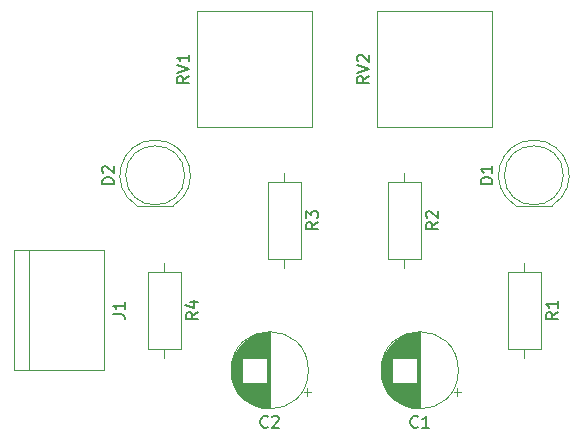
<source format=gbr>
%TF.GenerationSoftware,KiCad,Pcbnew,7.0.7*%
%TF.CreationDate,2024-05-03T12:55:33+03:00*%
%TF.ProjectId,Flip-Flop_lab_project,466c6970-2d46-46c6-9f70-5f6c61625f70,rev?*%
%TF.SameCoordinates,Original*%
%TF.FileFunction,Legend,Top*%
%TF.FilePolarity,Positive*%
%FSLAX46Y46*%
G04 Gerber Fmt 4.6, Leading zero omitted, Abs format (unit mm)*
G04 Created by KiCad (PCBNEW 7.0.7) date 2024-05-03 12:55:33*
%MOMM*%
%LPD*%
G01*
G04 APERTURE LIST*
%ADD10C,0.150000*%
%ADD11C,0.120000*%
G04 APERTURE END LIST*
D10*
X167924819Y-101766666D02*
X167448628Y-102099999D01*
X167924819Y-102338094D02*
X166924819Y-102338094D01*
X166924819Y-102338094D02*
X166924819Y-101957142D01*
X166924819Y-101957142D02*
X166972438Y-101861904D01*
X166972438Y-101861904D02*
X167020057Y-101814285D01*
X167020057Y-101814285D02*
X167115295Y-101766666D01*
X167115295Y-101766666D02*
X167258152Y-101766666D01*
X167258152Y-101766666D02*
X167353390Y-101814285D01*
X167353390Y-101814285D02*
X167401009Y-101861904D01*
X167401009Y-101861904D02*
X167448628Y-101957142D01*
X167448628Y-101957142D02*
X167448628Y-102338094D01*
X167924819Y-100814285D02*
X167924819Y-101385713D01*
X167924819Y-101099999D02*
X166924819Y-101099999D01*
X166924819Y-101099999D02*
X167067676Y-101195237D01*
X167067676Y-101195237D02*
X167162914Y-101290475D01*
X167162914Y-101290475D02*
X167210533Y-101385713D01*
X136679819Y-81760238D02*
X136203628Y-82093571D01*
X136679819Y-82331666D02*
X135679819Y-82331666D01*
X135679819Y-82331666D02*
X135679819Y-81950714D01*
X135679819Y-81950714D02*
X135727438Y-81855476D01*
X135727438Y-81855476D02*
X135775057Y-81807857D01*
X135775057Y-81807857D02*
X135870295Y-81760238D01*
X135870295Y-81760238D02*
X136013152Y-81760238D01*
X136013152Y-81760238D02*
X136108390Y-81807857D01*
X136108390Y-81807857D02*
X136156009Y-81855476D01*
X136156009Y-81855476D02*
X136203628Y-81950714D01*
X136203628Y-81950714D02*
X136203628Y-82331666D01*
X135679819Y-81474523D02*
X136679819Y-81141190D01*
X136679819Y-81141190D02*
X135679819Y-80807857D01*
X136679819Y-79950714D02*
X136679819Y-80522142D01*
X136679819Y-80236428D02*
X135679819Y-80236428D01*
X135679819Y-80236428D02*
X135822676Y-80331666D01*
X135822676Y-80331666D02*
X135917914Y-80426904D01*
X135917914Y-80426904D02*
X135965533Y-80522142D01*
X143363333Y-111439580D02*
X143315714Y-111487200D01*
X143315714Y-111487200D02*
X143172857Y-111534819D01*
X143172857Y-111534819D02*
X143077619Y-111534819D01*
X143077619Y-111534819D02*
X142934762Y-111487200D01*
X142934762Y-111487200D02*
X142839524Y-111391961D01*
X142839524Y-111391961D02*
X142791905Y-111296723D01*
X142791905Y-111296723D02*
X142744286Y-111106247D01*
X142744286Y-111106247D02*
X142744286Y-110963390D01*
X142744286Y-110963390D02*
X142791905Y-110772914D01*
X142791905Y-110772914D02*
X142839524Y-110677676D01*
X142839524Y-110677676D02*
X142934762Y-110582438D01*
X142934762Y-110582438D02*
X143077619Y-110534819D01*
X143077619Y-110534819D02*
X143172857Y-110534819D01*
X143172857Y-110534819D02*
X143315714Y-110582438D01*
X143315714Y-110582438D02*
X143363333Y-110630057D01*
X143744286Y-110630057D02*
X143791905Y-110582438D01*
X143791905Y-110582438D02*
X143887143Y-110534819D01*
X143887143Y-110534819D02*
X144125238Y-110534819D01*
X144125238Y-110534819D02*
X144220476Y-110582438D01*
X144220476Y-110582438D02*
X144268095Y-110630057D01*
X144268095Y-110630057D02*
X144315714Y-110725295D01*
X144315714Y-110725295D02*
X144315714Y-110820533D01*
X144315714Y-110820533D02*
X144268095Y-110963390D01*
X144268095Y-110963390D02*
X143696667Y-111534819D01*
X143696667Y-111534819D02*
X144315714Y-111534819D01*
X137444819Y-101766666D02*
X136968628Y-102099999D01*
X137444819Y-102338094D02*
X136444819Y-102338094D01*
X136444819Y-102338094D02*
X136444819Y-101957142D01*
X136444819Y-101957142D02*
X136492438Y-101861904D01*
X136492438Y-101861904D02*
X136540057Y-101814285D01*
X136540057Y-101814285D02*
X136635295Y-101766666D01*
X136635295Y-101766666D02*
X136778152Y-101766666D01*
X136778152Y-101766666D02*
X136873390Y-101814285D01*
X136873390Y-101814285D02*
X136921009Y-101861904D01*
X136921009Y-101861904D02*
X136968628Y-101957142D01*
X136968628Y-101957142D02*
X136968628Y-102338094D01*
X136778152Y-100909523D02*
X137444819Y-100909523D01*
X136397200Y-101147618D02*
X137111485Y-101385713D01*
X137111485Y-101385713D02*
X137111485Y-100766666D01*
X157764819Y-94146666D02*
X157288628Y-94479999D01*
X157764819Y-94718094D02*
X156764819Y-94718094D01*
X156764819Y-94718094D02*
X156764819Y-94337142D01*
X156764819Y-94337142D02*
X156812438Y-94241904D01*
X156812438Y-94241904D02*
X156860057Y-94194285D01*
X156860057Y-94194285D02*
X156955295Y-94146666D01*
X156955295Y-94146666D02*
X157098152Y-94146666D01*
X157098152Y-94146666D02*
X157193390Y-94194285D01*
X157193390Y-94194285D02*
X157241009Y-94241904D01*
X157241009Y-94241904D02*
X157288628Y-94337142D01*
X157288628Y-94337142D02*
X157288628Y-94718094D01*
X156860057Y-93765713D02*
X156812438Y-93718094D01*
X156812438Y-93718094D02*
X156764819Y-93622856D01*
X156764819Y-93622856D02*
X156764819Y-93384761D01*
X156764819Y-93384761D02*
X156812438Y-93289523D01*
X156812438Y-93289523D02*
X156860057Y-93241904D01*
X156860057Y-93241904D02*
X156955295Y-93194285D01*
X156955295Y-93194285D02*
X157050533Y-93194285D01*
X157050533Y-93194285D02*
X157193390Y-93241904D01*
X157193390Y-93241904D02*
X157764819Y-93813332D01*
X157764819Y-93813332D02*
X157764819Y-93194285D01*
X151919819Y-81760238D02*
X151443628Y-82093571D01*
X151919819Y-82331666D02*
X150919819Y-82331666D01*
X150919819Y-82331666D02*
X150919819Y-81950714D01*
X150919819Y-81950714D02*
X150967438Y-81855476D01*
X150967438Y-81855476D02*
X151015057Y-81807857D01*
X151015057Y-81807857D02*
X151110295Y-81760238D01*
X151110295Y-81760238D02*
X151253152Y-81760238D01*
X151253152Y-81760238D02*
X151348390Y-81807857D01*
X151348390Y-81807857D02*
X151396009Y-81855476D01*
X151396009Y-81855476D02*
X151443628Y-81950714D01*
X151443628Y-81950714D02*
X151443628Y-82331666D01*
X150919819Y-81474523D02*
X151919819Y-81141190D01*
X151919819Y-81141190D02*
X150919819Y-80807857D01*
X151015057Y-80522142D02*
X150967438Y-80474523D01*
X150967438Y-80474523D02*
X150919819Y-80379285D01*
X150919819Y-80379285D02*
X150919819Y-80141190D01*
X150919819Y-80141190D02*
X150967438Y-80045952D01*
X150967438Y-80045952D02*
X151015057Y-79998333D01*
X151015057Y-79998333D02*
X151110295Y-79950714D01*
X151110295Y-79950714D02*
X151205533Y-79950714D01*
X151205533Y-79950714D02*
X151348390Y-79998333D01*
X151348390Y-79998333D02*
X151919819Y-80569761D01*
X151919819Y-80569761D02*
X151919819Y-79950714D01*
X162384819Y-90908094D02*
X161384819Y-90908094D01*
X161384819Y-90908094D02*
X161384819Y-90669999D01*
X161384819Y-90669999D02*
X161432438Y-90527142D01*
X161432438Y-90527142D02*
X161527676Y-90431904D01*
X161527676Y-90431904D02*
X161622914Y-90384285D01*
X161622914Y-90384285D02*
X161813390Y-90336666D01*
X161813390Y-90336666D02*
X161956247Y-90336666D01*
X161956247Y-90336666D02*
X162146723Y-90384285D01*
X162146723Y-90384285D02*
X162241961Y-90431904D01*
X162241961Y-90431904D02*
X162337200Y-90527142D01*
X162337200Y-90527142D02*
X162384819Y-90669999D01*
X162384819Y-90669999D02*
X162384819Y-90908094D01*
X162384819Y-89384285D02*
X162384819Y-89955713D01*
X162384819Y-89669999D02*
X161384819Y-89669999D01*
X161384819Y-89669999D02*
X161527676Y-89765237D01*
X161527676Y-89765237D02*
X161622914Y-89860475D01*
X161622914Y-89860475D02*
X161670533Y-89955713D01*
X130264819Y-101933333D02*
X130979104Y-101933333D01*
X130979104Y-101933333D02*
X131121961Y-101980952D01*
X131121961Y-101980952D02*
X131217200Y-102076190D01*
X131217200Y-102076190D02*
X131264819Y-102219047D01*
X131264819Y-102219047D02*
X131264819Y-102314285D01*
X131264819Y-100933333D02*
X131264819Y-101504761D01*
X131264819Y-101219047D02*
X130264819Y-101219047D01*
X130264819Y-101219047D02*
X130407676Y-101314285D01*
X130407676Y-101314285D02*
X130502914Y-101409523D01*
X130502914Y-101409523D02*
X130550533Y-101504761D01*
X147604819Y-94146666D02*
X147128628Y-94479999D01*
X147604819Y-94718094D02*
X146604819Y-94718094D01*
X146604819Y-94718094D02*
X146604819Y-94337142D01*
X146604819Y-94337142D02*
X146652438Y-94241904D01*
X146652438Y-94241904D02*
X146700057Y-94194285D01*
X146700057Y-94194285D02*
X146795295Y-94146666D01*
X146795295Y-94146666D02*
X146938152Y-94146666D01*
X146938152Y-94146666D02*
X147033390Y-94194285D01*
X147033390Y-94194285D02*
X147081009Y-94241904D01*
X147081009Y-94241904D02*
X147128628Y-94337142D01*
X147128628Y-94337142D02*
X147128628Y-94718094D01*
X146604819Y-93813332D02*
X146604819Y-93194285D01*
X146604819Y-93194285D02*
X146985771Y-93527618D01*
X146985771Y-93527618D02*
X146985771Y-93384761D01*
X146985771Y-93384761D02*
X147033390Y-93289523D01*
X147033390Y-93289523D02*
X147081009Y-93241904D01*
X147081009Y-93241904D02*
X147176247Y-93194285D01*
X147176247Y-93194285D02*
X147414342Y-93194285D01*
X147414342Y-93194285D02*
X147509580Y-93241904D01*
X147509580Y-93241904D02*
X147557200Y-93289523D01*
X147557200Y-93289523D02*
X147604819Y-93384761D01*
X147604819Y-93384761D02*
X147604819Y-93670475D01*
X147604819Y-93670475D02*
X147557200Y-93765713D01*
X147557200Y-93765713D02*
X147509580Y-93813332D01*
X130324819Y-90908094D02*
X129324819Y-90908094D01*
X129324819Y-90908094D02*
X129324819Y-90669999D01*
X129324819Y-90669999D02*
X129372438Y-90527142D01*
X129372438Y-90527142D02*
X129467676Y-90431904D01*
X129467676Y-90431904D02*
X129562914Y-90384285D01*
X129562914Y-90384285D02*
X129753390Y-90336666D01*
X129753390Y-90336666D02*
X129896247Y-90336666D01*
X129896247Y-90336666D02*
X130086723Y-90384285D01*
X130086723Y-90384285D02*
X130181961Y-90431904D01*
X130181961Y-90431904D02*
X130277200Y-90527142D01*
X130277200Y-90527142D02*
X130324819Y-90669999D01*
X130324819Y-90669999D02*
X130324819Y-90908094D01*
X129420057Y-89955713D02*
X129372438Y-89908094D01*
X129372438Y-89908094D02*
X129324819Y-89812856D01*
X129324819Y-89812856D02*
X129324819Y-89574761D01*
X129324819Y-89574761D02*
X129372438Y-89479523D01*
X129372438Y-89479523D02*
X129420057Y-89431904D01*
X129420057Y-89431904D02*
X129515295Y-89384285D01*
X129515295Y-89384285D02*
X129610533Y-89384285D01*
X129610533Y-89384285D02*
X129753390Y-89431904D01*
X129753390Y-89431904D02*
X130324819Y-90003332D01*
X130324819Y-90003332D02*
X130324819Y-89384285D01*
X156063333Y-111439580D02*
X156015714Y-111487200D01*
X156015714Y-111487200D02*
X155872857Y-111534819D01*
X155872857Y-111534819D02*
X155777619Y-111534819D01*
X155777619Y-111534819D02*
X155634762Y-111487200D01*
X155634762Y-111487200D02*
X155539524Y-111391961D01*
X155539524Y-111391961D02*
X155491905Y-111296723D01*
X155491905Y-111296723D02*
X155444286Y-111106247D01*
X155444286Y-111106247D02*
X155444286Y-110963390D01*
X155444286Y-110963390D02*
X155491905Y-110772914D01*
X155491905Y-110772914D02*
X155539524Y-110677676D01*
X155539524Y-110677676D02*
X155634762Y-110582438D01*
X155634762Y-110582438D02*
X155777619Y-110534819D01*
X155777619Y-110534819D02*
X155872857Y-110534819D01*
X155872857Y-110534819D02*
X156015714Y-110582438D01*
X156015714Y-110582438D02*
X156063333Y-110630057D01*
X157015714Y-111534819D02*
X156444286Y-111534819D01*
X156730000Y-111534819D02*
X156730000Y-110534819D01*
X156730000Y-110534819D02*
X156634762Y-110677676D01*
X156634762Y-110677676D02*
X156539524Y-110772914D01*
X156539524Y-110772914D02*
X156444286Y-110820533D01*
D11*
%TO.C,R1*%
X165100000Y-97560000D02*
X165100000Y-98330000D01*
X166470000Y-98330000D02*
X163730000Y-98330000D01*
X163730000Y-98330000D02*
X163730000Y-104870000D01*
X166470000Y-104870000D02*
X166470000Y-98330000D01*
X163730000Y-104870000D02*
X166470000Y-104870000D01*
X165100000Y-105640000D02*
X165100000Y-104870000D01*
%TO.C,RV1*%
X137355000Y-86050000D02*
X147125000Y-86050000D01*
X137355000Y-86050000D02*
X137355000Y-76280000D01*
X147125000Y-86050000D02*
X147125000Y-76280000D01*
X137355000Y-76280000D02*
X147125000Y-76280000D01*
%TO.C,C2*%
X147030241Y-108519000D02*
X146400241Y-108519000D01*
X146715241Y-108834000D02*
X146715241Y-108204000D01*
X143530000Y-109910000D02*
X143530000Y-103450000D01*
X143490000Y-109910000D02*
X143490000Y-103450000D01*
X143450000Y-109910000D02*
X143450000Y-103450000D01*
X143410000Y-109908000D02*
X143410000Y-103452000D01*
X143370000Y-109907000D02*
X143370000Y-103453000D01*
X143330000Y-109904000D02*
X143330000Y-103456000D01*
X143290000Y-109902000D02*
X143290000Y-107720000D01*
X143290000Y-105640000D02*
X143290000Y-103458000D01*
X143250000Y-109898000D02*
X143250000Y-107720000D01*
X143250000Y-105640000D02*
X143250000Y-103462000D01*
X143210000Y-109895000D02*
X143210000Y-107720000D01*
X143210000Y-105640000D02*
X143210000Y-103465000D01*
X143170000Y-109891000D02*
X143170000Y-107720000D01*
X143170000Y-105640000D02*
X143170000Y-103469000D01*
X143130000Y-109886000D02*
X143130000Y-107720000D01*
X143130000Y-105640000D02*
X143130000Y-103474000D01*
X143090000Y-109881000D02*
X143090000Y-107720000D01*
X143090000Y-105640000D02*
X143090000Y-103479000D01*
X143050000Y-109875000D02*
X143050000Y-107720000D01*
X143050000Y-105640000D02*
X143050000Y-103485000D01*
X143010000Y-109869000D02*
X143010000Y-107720000D01*
X143010000Y-105640000D02*
X143010000Y-103491000D01*
X142970000Y-109862000D02*
X142970000Y-107720000D01*
X142970000Y-105640000D02*
X142970000Y-103498000D01*
X142930000Y-109855000D02*
X142930000Y-107720000D01*
X142930000Y-105640000D02*
X142930000Y-103505000D01*
X142890000Y-109847000D02*
X142890000Y-107720000D01*
X142890000Y-105640000D02*
X142890000Y-103513000D01*
X142850000Y-109839000D02*
X142850000Y-107720000D01*
X142850000Y-105640000D02*
X142850000Y-103521000D01*
X142809000Y-109830000D02*
X142809000Y-107720000D01*
X142809000Y-105640000D02*
X142809000Y-103530000D01*
X142769000Y-109821000D02*
X142769000Y-107720000D01*
X142769000Y-105640000D02*
X142769000Y-103539000D01*
X142729000Y-109811000D02*
X142729000Y-107720000D01*
X142729000Y-105640000D02*
X142729000Y-103549000D01*
X142689000Y-109801000D02*
X142689000Y-107720000D01*
X142689000Y-105640000D02*
X142689000Y-103559000D01*
X142649000Y-109790000D02*
X142649000Y-107720000D01*
X142649000Y-105640000D02*
X142649000Y-103570000D01*
X142609000Y-109778000D02*
X142609000Y-107720000D01*
X142609000Y-105640000D02*
X142609000Y-103582000D01*
X142569000Y-109766000D02*
X142569000Y-107720000D01*
X142569000Y-105640000D02*
X142569000Y-103594000D01*
X142529000Y-109754000D02*
X142529000Y-107720000D01*
X142529000Y-105640000D02*
X142529000Y-103606000D01*
X142489000Y-109741000D02*
X142489000Y-107720000D01*
X142489000Y-105640000D02*
X142489000Y-103619000D01*
X142449000Y-109727000D02*
X142449000Y-107720000D01*
X142449000Y-105640000D02*
X142449000Y-103633000D01*
X142409000Y-109713000D02*
X142409000Y-107720000D01*
X142409000Y-105640000D02*
X142409000Y-103647000D01*
X142369000Y-109698000D02*
X142369000Y-107720000D01*
X142369000Y-105640000D02*
X142369000Y-103662000D01*
X142329000Y-109682000D02*
X142329000Y-107720000D01*
X142329000Y-105640000D02*
X142329000Y-103678000D01*
X142289000Y-109666000D02*
X142289000Y-107720000D01*
X142289000Y-105640000D02*
X142289000Y-103694000D01*
X142249000Y-109650000D02*
X142249000Y-107720000D01*
X142249000Y-105640000D02*
X142249000Y-103710000D01*
X142209000Y-109632000D02*
X142209000Y-107720000D01*
X142209000Y-105640000D02*
X142209000Y-103728000D01*
X142169000Y-109614000D02*
X142169000Y-107720000D01*
X142169000Y-105640000D02*
X142169000Y-103746000D01*
X142129000Y-109596000D02*
X142129000Y-107720000D01*
X142129000Y-105640000D02*
X142129000Y-103764000D01*
X142089000Y-109576000D02*
X142089000Y-107720000D01*
X142089000Y-105640000D02*
X142089000Y-103784000D01*
X142049000Y-109556000D02*
X142049000Y-107720000D01*
X142049000Y-105640000D02*
X142049000Y-103804000D01*
X142009000Y-109536000D02*
X142009000Y-107720000D01*
X142009000Y-105640000D02*
X142009000Y-103824000D01*
X141969000Y-109514000D02*
X141969000Y-107720000D01*
X141969000Y-105640000D02*
X141969000Y-103846000D01*
X141929000Y-109492000D02*
X141929000Y-107720000D01*
X141929000Y-105640000D02*
X141929000Y-103868000D01*
X141889000Y-109470000D02*
X141889000Y-107720000D01*
X141889000Y-105640000D02*
X141889000Y-103890000D01*
X141849000Y-109446000D02*
X141849000Y-107720000D01*
X141849000Y-105640000D02*
X141849000Y-103914000D01*
X141809000Y-109422000D02*
X141809000Y-107720000D01*
X141809000Y-105640000D02*
X141809000Y-103938000D01*
X141769000Y-109396000D02*
X141769000Y-107720000D01*
X141769000Y-105640000D02*
X141769000Y-103964000D01*
X141729000Y-109370000D02*
X141729000Y-107720000D01*
X141729000Y-105640000D02*
X141729000Y-103990000D01*
X141689000Y-109344000D02*
X141689000Y-107720000D01*
X141689000Y-105640000D02*
X141689000Y-104016000D01*
X141649000Y-109316000D02*
X141649000Y-107720000D01*
X141649000Y-105640000D02*
X141649000Y-104044000D01*
X141609000Y-109287000D02*
X141609000Y-107720000D01*
X141609000Y-105640000D02*
X141609000Y-104073000D01*
X141569000Y-109258000D02*
X141569000Y-107720000D01*
X141569000Y-105640000D02*
X141569000Y-104102000D01*
X141529000Y-109228000D02*
X141529000Y-107720000D01*
X141529000Y-105640000D02*
X141529000Y-104132000D01*
X141489000Y-109196000D02*
X141489000Y-107720000D01*
X141489000Y-105640000D02*
X141489000Y-104164000D01*
X141449000Y-109164000D02*
X141449000Y-107720000D01*
X141449000Y-105640000D02*
X141449000Y-104196000D01*
X141409000Y-109130000D02*
X141409000Y-107720000D01*
X141409000Y-105640000D02*
X141409000Y-104230000D01*
X141369000Y-109096000D02*
X141369000Y-107720000D01*
X141369000Y-105640000D02*
X141369000Y-104264000D01*
X141329000Y-109060000D02*
X141329000Y-107720000D01*
X141329000Y-105640000D02*
X141329000Y-104300000D01*
X141289000Y-109023000D02*
X141289000Y-107720000D01*
X141289000Y-105640000D02*
X141289000Y-104337000D01*
X141249000Y-108985000D02*
X141249000Y-107720000D01*
X141249000Y-105640000D02*
X141249000Y-104375000D01*
X141209000Y-108945000D02*
X141209000Y-104415000D01*
X141169000Y-108904000D02*
X141169000Y-104456000D01*
X141129000Y-108862000D02*
X141129000Y-104498000D01*
X141089000Y-108817000D02*
X141089000Y-104543000D01*
X141049000Y-108772000D02*
X141049000Y-104588000D01*
X141009000Y-108724000D02*
X141009000Y-104636000D01*
X140969000Y-108675000D02*
X140969000Y-104685000D01*
X140929000Y-108624000D02*
X140929000Y-104736000D01*
X140889000Y-108570000D02*
X140889000Y-104790000D01*
X140849000Y-108514000D02*
X140849000Y-104846000D01*
X140809000Y-108456000D02*
X140809000Y-104904000D01*
X140769000Y-108394000D02*
X140769000Y-104966000D01*
X140729000Y-108330000D02*
X140729000Y-105030000D01*
X140689000Y-108261000D02*
X140689000Y-105099000D01*
X140649000Y-108189000D02*
X140649000Y-105171000D01*
X140609000Y-108112000D02*
X140609000Y-105248000D01*
X140569000Y-108030000D02*
X140569000Y-105330000D01*
X140529000Y-107942000D02*
X140529000Y-105418000D01*
X140489000Y-107845000D02*
X140489000Y-105515000D01*
X140449000Y-107739000D02*
X140449000Y-105621000D01*
X140409000Y-107620000D02*
X140409000Y-105740000D01*
X140369000Y-107482000D02*
X140369000Y-105878000D01*
X140329000Y-107313000D02*
X140329000Y-106047000D01*
X140289000Y-107082000D02*
X140289000Y-106278000D01*
X146800000Y-106680000D02*
G75*
G03*
X146800000Y-106680000I-3270000J0D01*
G01*
%TO.C,R4*%
X134620000Y-97560000D02*
X134620000Y-98330000D01*
X135990000Y-98330000D02*
X133250000Y-98330000D01*
X133250000Y-98330000D02*
X133250000Y-104870000D01*
X135990000Y-104870000D02*
X135990000Y-98330000D01*
X133250000Y-104870000D02*
X135990000Y-104870000D01*
X134620000Y-105640000D02*
X134620000Y-104870000D01*
%TO.C,R2*%
X154940000Y-89940000D02*
X154940000Y-90710000D01*
X156310000Y-90710000D02*
X153570000Y-90710000D01*
X153570000Y-90710000D02*
X153570000Y-97250000D01*
X156310000Y-97250000D02*
X156310000Y-90710000D01*
X153570000Y-97250000D02*
X156310000Y-97250000D01*
X154940000Y-98020000D02*
X154940000Y-97250000D01*
%TO.C,RV2*%
X152595000Y-86050000D02*
X162365000Y-86050000D01*
X152595000Y-86050000D02*
X152595000Y-76280000D01*
X162365000Y-86050000D02*
X162365000Y-76280000D01*
X152595000Y-76280000D02*
X162365000Y-76280000D01*
%TO.C,D1*%
X164345000Y-92730000D02*
X167435000Y-92730000D01*
X165890462Y-87180001D02*
G75*
G03*
X164345170Y-92729999I-462J-2989999D01*
G01*
X167434830Y-92730000D02*
G75*
G03*
X165889538Y-87180000I-1544830J2560000D01*
G01*
X168390000Y-90170000D02*
G75*
G03*
X168390000Y-90170000I-2500000J0D01*
G01*
%TO.C,J1*%
X129540000Y-96520000D02*
X121920000Y-96520000D01*
X121920000Y-96520000D02*
X121920000Y-106680000D01*
X129540000Y-106680000D02*
X129540000Y-96520000D01*
X123190000Y-106680000D02*
X123190000Y-96520000D01*
X121920000Y-106680000D02*
X129540000Y-106680000D01*
%TO.C,R3*%
X144780000Y-89940000D02*
X144780000Y-90710000D01*
X146150000Y-90710000D02*
X143410000Y-90710000D01*
X143410000Y-90710000D02*
X143410000Y-97250000D01*
X146150000Y-97250000D02*
X146150000Y-90710000D01*
X143410000Y-97250000D02*
X146150000Y-97250000D01*
X144780000Y-98020000D02*
X144780000Y-97250000D01*
%TO.C,D2*%
X132285000Y-92730000D02*
X135375000Y-92730000D01*
X133830462Y-87180001D02*
G75*
G03*
X132285170Y-92729999I-462J-2989999D01*
G01*
X135374830Y-92730000D02*
G75*
G03*
X133829538Y-87180000I-1544830J2560000D01*
G01*
X136330000Y-90170000D02*
G75*
G03*
X136330000Y-90170000I-2500000J0D01*
G01*
%TO.C,C1*%
X159730241Y-108519000D02*
X159100241Y-108519000D01*
X159415241Y-108834000D02*
X159415241Y-108204000D01*
X156230000Y-109910000D02*
X156230000Y-103450000D01*
X156190000Y-109910000D02*
X156190000Y-103450000D01*
X156150000Y-109910000D02*
X156150000Y-103450000D01*
X156110000Y-109908000D02*
X156110000Y-103452000D01*
X156070000Y-109907000D02*
X156070000Y-103453000D01*
X156030000Y-109904000D02*
X156030000Y-103456000D01*
X155990000Y-109902000D02*
X155990000Y-107720000D01*
X155990000Y-105640000D02*
X155990000Y-103458000D01*
X155950000Y-109898000D02*
X155950000Y-107720000D01*
X155950000Y-105640000D02*
X155950000Y-103462000D01*
X155910000Y-109895000D02*
X155910000Y-107720000D01*
X155910000Y-105640000D02*
X155910000Y-103465000D01*
X155870000Y-109891000D02*
X155870000Y-107720000D01*
X155870000Y-105640000D02*
X155870000Y-103469000D01*
X155830000Y-109886000D02*
X155830000Y-107720000D01*
X155830000Y-105640000D02*
X155830000Y-103474000D01*
X155790000Y-109881000D02*
X155790000Y-107720000D01*
X155790000Y-105640000D02*
X155790000Y-103479000D01*
X155750000Y-109875000D02*
X155750000Y-107720000D01*
X155750000Y-105640000D02*
X155750000Y-103485000D01*
X155710000Y-109869000D02*
X155710000Y-107720000D01*
X155710000Y-105640000D02*
X155710000Y-103491000D01*
X155670000Y-109862000D02*
X155670000Y-107720000D01*
X155670000Y-105640000D02*
X155670000Y-103498000D01*
X155630000Y-109855000D02*
X155630000Y-107720000D01*
X155630000Y-105640000D02*
X155630000Y-103505000D01*
X155590000Y-109847000D02*
X155590000Y-107720000D01*
X155590000Y-105640000D02*
X155590000Y-103513000D01*
X155550000Y-109839000D02*
X155550000Y-107720000D01*
X155550000Y-105640000D02*
X155550000Y-103521000D01*
X155509000Y-109830000D02*
X155509000Y-107720000D01*
X155509000Y-105640000D02*
X155509000Y-103530000D01*
X155469000Y-109821000D02*
X155469000Y-107720000D01*
X155469000Y-105640000D02*
X155469000Y-103539000D01*
X155429000Y-109811000D02*
X155429000Y-107720000D01*
X155429000Y-105640000D02*
X155429000Y-103549000D01*
X155389000Y-109801000D02*
X155389000Y-107720000D01*
X155389000Y-105640000D02*
X155389000Y-103559000D01*
X155349000Y-109790000D02*
X155349000Y-107720000D01*
X155349000Y-105640000D02*
X155349000Y-103570000D01*
X155309000Y-109778000D02*
X155309000Y-107720000D01*
X155309000Y-105640000D02*
X155309000Y-103582000D01*
X155269000Y-109766000D02*
X155269000Y-107720000D01*
X155269000Y-105640000D02*
X155269000Y-103594000D01*
X155229000Y-109754000D02*
X155229000Y-107720000D01*
X155229000Y-105640000D02*
X155229000Y-103606000D01*
X155189000Y-109741000D02*
X155189000Y-107720000D01*
X155189000Y-105640000D02*
X155189000Y-103619000D01*
X155149000Y-109727000D02*
X155149000Y-107720000D01*
X155149000Y-105640000D02*
X155149000Y-103633000D01*
X155109000Y-109713000D02*
X155109000Y-107720000D01*
X155109000Y-105640000D02*
X155109000Y-103647000D01*
X155069000Y-109698000D02*
X155069000Y-107720000D01*
X155069000Y-105640000D02*
X155069000Y-103662000D01*
X155029000Y-109682000D02*
X155029000Y-107720000D01*
X155029000Y-105640000D02*
X155029000Y-103678000D01*
X154989000Y-109666000D02*
X154989000Y-107720000D01*
X154989000Y-105640000D02*
X154989000Y-103694000D01*
X154949000Y-109650000D02*
X154949000Y-107720000D01*
X154949000Y-105640000D02*
X154949000Y-103710000D01*
X154909000Y-109632000D02*
X154909000Y-107720000D01*
X154909000Y-105640000D02*
X154909000Y-103728000D01*
X154869000Y-109614000D02*
X154869000Y-107720000D01*
X154869000Y-105640000D02*
X154869000Y-103746000D01*
X154829000Y-109596000D02*
X154829000Y-107720000D01*
X154829000Y-105640000D02*
X154829000Y-103764000D01*
X154789000Y-109576000D02*
X154789000Y-107720000D01*
X154789000Y-105640000D02*
X154789000Y-103784000D01*
X154749000Y-109556000D02*
X154749000Y-107720000D01*
X154749000Y-105640000D02*
X154749000Y-103804000D01*
X154709000Y-109536000D02*
X154709000Y-107720000D01*
X154709000Y-105640000D02*
X154709000Y-103824000D01*
X154669000Y-109514000D02*
X154669000Y-107720000D01*
X154669000Y-105640000D02*
X154669000Y-103846000D01*
X154629000Y-109492000D02*
X154629000Y-107720000D01*
X154629000Y-105640000D02*
X154629000Y-103868000D01*
X154589000Y-109470000D02*
X154589000Y-107720000D01*
X154589000Y-105640000D02*
X154589000Y-103890000D01*
X154549000Y-109446000D02*
X154549000Y-107720000D01*
X154549000Y-105640000D02*
X154549000Y-103914000D01*
X154509000Y-109422000D02*
X154509000Y-107720000D01*
X154509000Y-105640000D02*
X154509000Y-103938000D01*
X154469000Y-109396000D02*
X154469000Y-107720000D01*
X154469000Y-105640000D02*
X154469000Y-103964000D01*
X154429000Y-109370000D02*
X154429000Y-107720000D01*
X154429000Y-105640000D02*
X154429000Y-103990000D01*
X154389000Y-109344000D02*
X154389000Y-107720000D01*
X154389000Y-105640000D02*
X154389000Y-104016000D01*
X154349000Y-109316000D02*
X154349000Y-107720000D01*
X154349000Y-105640000D02*
X154349000Y-104044000D01*
X154309000Y-109287000D02*
X154309000Y-107720000D01*
X154309000Y-105640000D02*
X154309000Y-104073000D01*
X154269000Y-109258000D02*
X154269000Y-107720000D01*
X154269000Y-105640000D02*
X154269000Y-104102000D01*
X154229000Y-109228000D02*
X154229000Y-107720000D01*
X154229000Y-105640000D02*
X154229000Y-104132000D01*
X154189000Y-109196000D02*
X154189000Y-107720000D01*
X154189000Y-105640000D02*
X154189000Y-104164000D01*
X154149000Y-109164000D02*
X154149000Y-107720000D01*
X154149000Y-105640000D02*
X154149000Y-104196000D01*
X154109000Y-109130000D02*
X154109000Y-107720000D01*
X154109000Y-105640000D02*
X154109000Y-104230000D01*
X154069000Y-109096000D02*
X154069000Y-107720000D01*
X154069000Y-105640000D02*
X154069000Y-104264000D01*
X154029000Y-109060000D02*
X154029000Y-107720000D01*
X154029000Y-105640000D02*
X154029000Y-104300000D01*
X153989000Y-109023000D02*
X153989000Y-107720000D01*
X153989000Y-105640000D02*
X153989000Y-104337000D01*
X153949000Y-108985000D02*
X153949000Y-107720000D01*
X153949000Y-105640000D02*
X153949000Y-104375000D01*
X153909000Y-108945000D02*
X153909000Y-104415000D01*
X153869000Y-108904000D02*
X153869000Y-104456000D01*
X153829000Y-108862000D02*
X153829000Y-104498000D01*
X153789000Y-108817000D02*
X153789000Y-104543000D01*
X153749000Y-108772000D02*
X153749000Y-104588000D01*
X153709000Y-108724000D02*
X153709000Y-104636000D01*
X153669000Y-108675000D02*
X153669000Y-104685000D01*
X153629000Y-108624000D02*
X153629000Y-104736000D01*
X153589000Y-108570000D02*
X153589000Y-104790000D01*
X153549000Y-108514000D02*
X153549000Y-104846000D01*
X153509000Y-108456000D02*
X153509000Y-104904000D01*
X153469000Y-108394000D02*
X153469000Y-104966000D01*
X153429000Y-108330000D02*
X153429000Y-105030000D01*
X153389000Y-108261000D02*
X153389000Y-105099000D01*
X153349000Y-108189000D02*
X153349000Y-105171000D01*
X153309000Y-108112000D02*
X153309000Y-105248000D01*
X153269000Y-108030000D02*
X153269000Y-105330000D01*
X153229000Y-107942000D02*
X153229000Y-105418000D01*
X153189000Y-107845000D02*
X153189000Y-105515000D01*
X153149000Y-107739000D02*
X153149000Y-105621000D01*
X153109000Y-107620000D02*
X153109000Y-105740000D01*
X153069000Y-107482000D02*
X153069000Y-105878000D01*
X153029000Y-107313000D02*
X153029000Y-106047000D01*
X152989000Y-107082000D02*
X152989000Y-106278000D01*
X159500000Y-106680000D02*
G75*
G03*
X159500000Y-106680000I-3270000J0D01*
G01*
%TD*%
M02*

</source>
